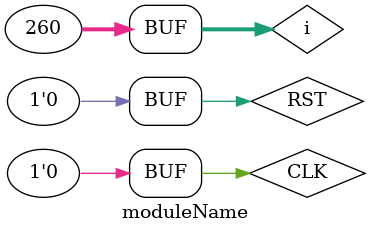
<source format=v>
module moduleName ();

reg CLK;
wire [31:0] OUT;
reg RST;
integer i;
SingleCpu SingleCpu1 (.CLK(CLK), .RST(RST), .OUT(OUT));

initial begin
    RST = 1;
    CLK = 0;
    #5;
    CLK = 1;
    #5
    RST = 0;
    CLK = 0;
    #5
    for(i=0; i<260; i=i+1) begin
        CLK = 1;
        #5
        CLK = 0;
        #5;
    end


end


// always begin
//     #6 CLK=0;
//     #4 CLK=1;
// end

    
endmodule
</source>
